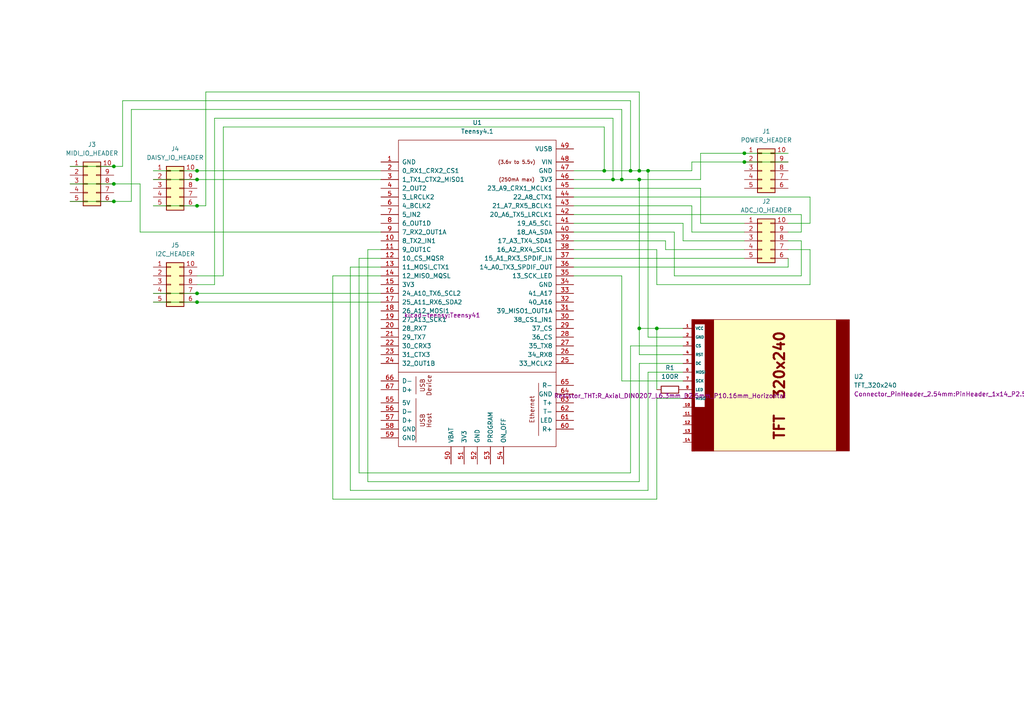
<source format=kicad_sch>
(kicad_sch (version 20230121) (generator eeschema)
  (paper "A4")
  (lib_symbols
    (symbol "Connector_Generic:Conn_02x05_Counter_Clockwise" (pin_names (offset 1.016) hide)
      (property "Reference" "J1" (at 1.27 11.43 0))
      (property "Value" "POWER_HEADER" (at 1.27 8.89 0))
      (symbol "Conn_02x05_Counter_Clockwise_1_1"
        (rectangle (start -1.27 -4.953) (end 0 -5.207) (stroke (width 0.1524)))
        (rectangle (start -1.27 -2.413) (end 0 -2.667) (stroke (width 0.1524)))
        (rectangle (start -1.27 0.127) (end 0 -0.127) (stroke (width 0.1524)))
        (rectangle (start -1.27 2.667) (end 0 2.413) (stroke (width 0.1524)))
        (rectangle (start -1.27 5.207) (end 0 4.953) (stroke (width 0.1524)))
        (rectangle (start -1.27 6.35) (end 3.81 -6.35) (stroke (width 0.254)) (fill (type background)))
        (rectangle (start 3.81 -4.953) (end 2.54 -5.207) (stroke (width 0.1524)))
        (rectangle (start 3.81 -2.413) (end 2.54 -2.667) (stroke (width 0.1524)))
        (rectangle (start 3.81 0.127) (end 2.54 -0.127) (stroke (width 0.1524)))
        (rectangle (start 3.81 2.667) (end 2.54 2.413) (stroke (width 0.1524)))
        (rectangle (start 3.81 5.207) (end 2.54 4.953) (stroke (width 0.1524)))
        (pin passive line (at -5.08 5.08 0) (length 3.81) (name "Pin_1") (number "1"))
        (pin passive line (at 7.62 5.08 180) (length 3.81) (name "Pin_10") (number "10"))
        (pin passive line (at -5.08 2.54 0) (length 3.81) (name "Pin_2") (number "2"))
        (pin passive line (at -5.08 0 0) (length 3.81) (name "Pin_3") (number "3"))
        (pin passive line (at -5.08 -2.54 0) (length 3.81) (name "Pin_4") (number "4"))
        (pin passive line (at -5.08 -5.08 0) (length 3.81) (name "Pin_5") (number "5"))
        (pin passive line (at 7.62 -5.08 180) (length 3.81) (name "Pin_6") (number "6"))
        (pin passive line (at 7.62 -2.54 180) (length 3.81) (name "Pin_7") (number "7"))
        (pin passive line (at 7.62 0 180) (length 3.81) (name "Pin_8") (number "8"))
        (pin passive line (at 7.62 2.54 180) (length 3.81) (name "Pin_9") (number "9"))
      )
    )
    (symbol "Device:R" (pin_numbers hide) (pin_names (offset 0))
      (property "Reference" "R" (at 2.032 0 90))
      (property "Value" "R" (at 0 0 90))
      (symbol "R_0_1"
        (rectangle (start -1.016 -2.54) (end 1.016 2.54) (stroke (width 0.254)))
      )
      (symbol "R_1_1"
        (pin passive line (at 0 3.81 270) (length 1.27) (name "~") (number "1"))
        (pin passive line (at 0 -3.81 90) (length 1.27) (name "~") (number "2"))
      )
    )
    (symbol "TFT_320x240:TFT_320x240" (pin_names (offset 1.016))
      (property "Reference" "U?" (at 20.32 25.4001 0))
      (property "Value" "TFT_320x240" (at 20.32 22.8601 0))
      (property "Footprint" "z_Devices:TFT-320x240" (at 20.32 20.3201 0))
      (symbol "TFT_320x240_0_0"
        (text "TFT  320x240" (at 0 25.4 0) (effects (font (size 2.9972 2.9972) bold)))
      )
      (symbol "TFT_320x240_0_1"
        (rectangle (start -19.05 0) (end 19.05 0.8382) (fill (type outline)))
        (rectangle (start -19.05 0) (end 19.05 6.35))
        (rectangle (start -19.05 6.35) (end 19.05 3.81) (fill (type outline)))
        (rectangle (start -19.05 6.35) (end 19.05 41.91) (fill (type background)))
        (rectangle (start -19.05 41.91) (end 19.05 45.72) (fill (type outline)))
        (rectangle (start -17.78 0) (end -19.05 3.81) (fill (type outline)))
        (rectangle (start 19.05 0) (end 6.35 3.81) (fill (type outline)))
      )
      (symbol "TFT_320x240_1_1"
        (pin power_in line (at -16.51 -2.54 90) (length 2.54) (name "VCC") (number "1"))
        (pin bidirectional line (at 6.35 -2.54 90) (length 2.54) (name "~") (number "10"))
        (pin bidirectional line (at 8.89 -2.54 90) (length 2.54) (name "~") (number "11"))
        (pin bidirectional line (at 11.43 -2.54 90) (length 2.54) (name "~") (number "12"))
        (pin bidirectional line (at 13.97 -2.54 90) (length 2.54) (name "~") (number "13"))
        (pin bidirectional line (at 16.51 -2.54 90) (length 2.54) (name "~") (number "14"))
        (pin bidirectional line (at -13.97 -2.54 90) (length 2.54) (name "GND") (number "2"))
        (pin bidirectional line (at -11.43 -2.54 90) (length 2.54) (name "CS") (number "3"))
        (pin bidirectional line (at -8.89 -2.54 90) (length 2.54) (name "RST") (number "4"))
        (pin bidirectional line (at -6.35 -2.54 90) (length 2.54) (name "DC") (number "5"))
        (pin bidirectional line (at -3.81 -2.54 90) (length 2.54) (name "MOSI") (number "6"))
        (pin bidirectional line (at -1.27 -2.54 90) (length 2.54) (name "SCK") (number "7"))
        (pin power_in line (at 1.27 -2.54 90) (length 2.54) (name "LED") (number "8"))
        (pin bidirectional line (at 3.81 -2.54 90) (length 2.54) (name "MISO") (number "9"))
      )
    )
    (symbol "teensy:Teensy4.1" (pin_names (offset 1.016))
      (property "Reference" "U" (at 0 64.77 0))
      (property "Value" "Teensy4.1" (at 0 62.23 0))
      (symbol "Teensy4.1_0_0"
        (polyline (pts (xy -22.86 -6.35) (xy 22.86 -6.35)))
        (polyline (pts (xy -17.78 -26.67) (xy -17.78 -13.97)))
        (polyline (pts (xy -17.78 -7.62) (xy -17.78 -12.7)))
        (polyline (pts (xy 17.78 -9.525) (xy 17.78 -24.765)))
        (text "(250mA max)" (at 11.43 49.53 0) (effects (font (size 1.016 1.016))))
        (text "(3.6v to 5.5v)" (at 11.43 54.61 0) (effects (font (size 1.016 1.016))))
        (text "Device" (at -13.97 -10.16 900) (effects (font (size 1.27 1.27))))
        (text "Ethernet" (at 15.875 -17.145 900) (effects (font (size 1.27 1.27))))
        (text "Host" (at -13.97 -20.32 900) (effects (font (size 1.27 1.27))))
        (text "USB" (at -15.875 -20.32 900) (effects (font (size 1.27 1.27))))
        (text "USB" (at -15.875 -10.16 900) (effects (font (size 1.27 1.27))))
        (pin bidirectional line (at -27.94 31.75 0) (length 5.08) (name "8_TX2_IN1") (number "10"))
        (pin bidirectional line (at -27.94 29.21 0) (length 5.08) (name "9_OUT1C") (number "11"))
        (pin bidirectional line (at -27.94 26.67 0) (length 5.08) (name "10_CS_MQSR") (number "12"))
        (pin bidirectional line (at -27.94 24.13 0) (length 5.08) (name "11_MOSI_CTX1") (number "13"))
        (pin bidirectional line (at -27.94 21.59 0) (length 5.08) (name "12_MISO_MQSL") (number "14"))
        (pin power_in line (at -27.94 19.05 0) (length 5.08) (name "3V3") (number "15"))
        (pin bidirectional line (at -27.94 16.51 0) (length 5.08) (name "24_A10_TX6_SCL2") (number "16"))
        (pin bidirectional line (at -27.94 13.97 0) (length 5.08) (name "25_A11_RX6_SDA2") (number "17"))
        (pin bidirectional line (at -27.94 11.43 0) (length 5.08) (name "26_A12_MOSI1") (number "18"))
        (pin bidirectional line (at -27.94 8.89 0) (length 5.08) (name "27_A13_SCK1") (number "19"))
        (pin bidirectional line (at -27.94 6.35 0) (length 5.08) (name "28_RX7") (number "20"))
        (pin bidirectional line (at -27.94 3.81 0) (length 5.08) (name "29_TX7") (number "21"))
        (pin bidirectional line (at -27.94 1.27 0) (length 5.08) (name "30_CRX3") (number "22"))
        (pin bidirectional line (at -27.94 -1.27 0) (length 5.08) (name "31_CTX3") (number "23"))
        (pin bidirectional line (at -27.94 -3.81 0) (length 5.08) (name "32_OUT1B") (number "24"))
        (pin bidirectional line (at 27.94 -3.81 180) (length 5.08) (name "33_MCLK2") (number "25"))
        (pin bidirectional line (at 27.94 -1.27 180) (length 5.08) (name "34_RX8") (number "26"))
        (pin bidirectional line (at 27.94 1.27 180) (length 5.08) (name "35_TX8") (number "27"))
        (pin bidirectional line (at 27.94 3.81 180) (length 5.08) (name "36_CS") (number "28"))
        (pin bidirectional line (at 27.94 6.35 180) (length 5.08) (name "37_CS") (number "29"))
        (pin bidirectional line (at 27.94 8.89 180) (length 5.08) (name "38_CS1_IN1") (number "30"))
        (pin bidirectional line (at 27.94 11.43 180) (length 5.08) (name "39_MISO1_OUT1A") (number "31"))
        (pin bidirectional line (at 27.94 13.97 180) (length 5.08) (name "40_A16") (number "32"))
        (pin bidirectional line (at 27.94 16.51 180) (length 5.08) (name "41_A17") (number "33"))
        (pin bidirectional line (at 27.94 21.59 180) (length 5.08) (name "13_SCK_LED") (number "35"))
        (pin bidirectional line (at 27.94 24.13 180) (length 5.08) (name "14_A0_TX3_SPDIF_OUT") (number "36"))
        (pin bidirectional line (at 27.94 26.67 180) (length 5.08) (name "15_A1_RX3_SPDIF_IN") (number "37"))
        (pin bidirectional line (at 27.94 29.21 180) (length 5.08) (name "16_A2_RX4_SCL1") (number "38"))
        (pin bidirectional line (at 27.94 31.75 180) (length 5.08) (name "17_A3_TX4_SDA1") (number "39"))
        (pin bidirectional line (at 27.94 34.29 180) (length 5.08) (name "18_A4_SDA") (number "40"))
        (pin bidirectional line (at 27.94 36.83 180) (length 5.08) (name "19_A5_SCL") (number "41"))
        (pin bidirectional line (at 27.94 39.37 180) (length 5.08) (name "20_A6_TX5_LRCLK1") (number "42"))
        (pin bidirectional line (at 27.94 41.91 180) (length 5.08) (name "21_A7_RX5_BCLK1") (number "43"))
        (pin bidirectional line (at 27.94 44.45 180) (length 5.08) (name "22_A8_CTX1") (number "44"))
        (pin bidirectional line (at 27.94 46.99 180) (length 5.08) (name "23_A9_CRX1_MCLK1") (number "45"))
        (pin output line (at 27.94 49.53 180) (length 5.08) (name "3V3") (number "46"))
        (pin output line (at 27.94 52.07 180) (length 5.08) (name "GND") (number "47"))
        (pin power_in line (at 27.94 54.61 180) (length 5.08) (name "VIN") (number "48"))
        (pin power_out line (at 27.94 58.42 180) (length 5.08) (name "VUSB") (number "49"))
        (pin bidirectional line (at -27.94 44.45 0) (length 5.08) (name "3_LRCLK2") (number "5"))
        (pin power_in line (at -7.62 -33.02 90) (length 5.08) (name "VBAT") (number "50"))
        (pin power_in line (at -3.81 -33.02 90) (length 5.08) (name "3V3") (number "51"))
        (pin input line (at 0 -33.02 90) (length 5.08) (name "GND") (number "52"))
        (pin input line (at 3.81 -33.02 90) (length 5.08) (name "PROGRAM") (number "53"))
        (pin input line (at 7.62 -33.02 90) (length 5.08) (name "ON_OFF") (number "54"))
        (pin power_out line (at -27.94 -15.24 0) (length 5.08) (name "5V") (number "55"))
        (pin bidirectional line (at -27.94 -17.78 0) (length 5.08) (name "D-") (number "56"))
        (pin bidirectional line (at -27.94 -20.32 0) (length 5.08) (name "D+") (number "57"))
        (pin power_in line (at -27.94 -22.86 0) (length 5.08) (name "GND") (number "58"))
        (pin power_in line (at -27.94 -25.4 0) (length 5.08) (name "GND") (number "59"))
        (pin bidirectional line (at -27.94 41.91 0) (length 5.08) (name "4_BCLK2") (number "6"))
        (pin bidirectional line (at 27.94 -22.86 180) (length 5.08) (name "R+") (number "60"))
        (pin bidirectional line (at 27.94 -20.32 180) (length 5.08) (name "LED") (number "61"))
        (pin bidirectional line (at 27.94 -17.78 180) (length 5.08) (name "T-") (number "62"))
        (pin bidirectional line (at 27.94 -15.24 180) (length 5.08) (name "T+") (number "63"))
        (pin power_in line (at 27.94 -12.7 180) (length 5.08) (name "GND") (number "64"))
        (pin bidirectional line (at 27.94 -10.16 180) (length 5.08) (name "R-") (number "65"))
        (pin bidirectional line (at -27.94 -8.89 0) (length 5.08) (name "D-") (number "66"))
        (pin bidirectional line (at -27.94 -11.43 0) (length 5.08) (name "D+") (number "67"))
        (pin bidirectional line (at -27.94 39.37 0) (length 5.08) (name "5_IN2") (number "7"))
        (pin bidirectional line (at -27.94 36.83 0) (length 5.08) (name "6_OUT1D") (number "8"))
        (pin bidirectional line (at -27.94 34.29 0) (length 5.08) (name "7_RX2_OUT1A") (number "9"))
      )
      (symbol "Teensy4.1_0_1"
        (rectangle (start -22.86 60.96) (end 22.86 -27.94))
        (rectangle (start -20.32 -1.27) (end -20.32 -1.27))
      )
      (symbol "Teensy4.1_1_1"
        (pin power_in line (at -27.94 54.61 0) (length 5.08) (name "GND") (number "1"))
        (pin bidirectional line (at -27.94 52.07 0) (length 5.08) (name "0_RX1_CRX2_CS1") (number "2"))
        (pin bidirectional line (at -27.94 49.53 0) (length 5.08) (name "1_TX1_CTX2_MISO1") (number "3"))
        (pin power_in line (at 27.94 19.05 180) (length 5.08) (name "GND") (number "34"))
        (pin bidirectional line (at -27.94 46.99 0) (length 5.08) (name "2_OUT2") (number "4"))
      )
    )
  )
  (junction (at 33.02 53.34))
  (junction (at 177.8 52.07))
  (junction (at 187.96 49.53))
  (junction (at 185.42 49.53))
  (junction (at 215.9 46.99))
  (junction (at 215.9 44.45))
  (junction (at 57.15 59.69))
  (junction (at 33.02 58.42))
  (junction (at 190.5 95.25))
  (junction (at 185.42 52.07))
  (junction (at 57.15 85.09))
  (junction (at 182.88 49.53))
  (junction (at 180.34 52.07))
  (junction (at 57.15 49.53))
  (junction (at 185.42 95.25))
  (junction (at 57.15 87.63))
  (junction (at 175.26 49.53))
  (junction (at 57.15 52.07))
  (junction (at 33.02 48.26))
  (wire (pts (xy 234.95 72.39) (xy 228.6 72.39)))
  (wire (pts (xy 185.42 105.41) (xy 198.12 105.41)))
  (wire (pts (xy 234.95 64.77) (xy 228.6 64.77)))
  (wire (pts (xy 104.14 74.93) (xy 104.14 137.16)))
  (wire (pts (xy 59.69 26.67) (xy 59.69 59.69)))
  (wire (pts (xy 182.88 100.33) (xy 198.12 100.33)))
  (wire (pts (xy 195.58 67.31) (xy 195.58 80.01)))
  (wire (pts (xy 180.34 52.07) (xy 185.42 52.07)))
  (wire (pts (xy 177.8 34.29) (xy 62.23 34.29)))
  (wire (pts (xy 166.37 72.39) (xy 190.5 72.39)))
  (wire (pts (xy 200.66 67.31) (xy 215.9 67.31)))
  (wire (pts (xy 232.41 80.01) (xy 232.41 69.85)))
  (wire (pts (xy 101.6 142.24) (xy 187.96 142.24)))
  (wire (pts (xy 166.37 54.61) (xy 203.2 54.61)))
  (wire (pts (xy 38.1 31.75) (xy 38.1 58.42)))
  (wire (pts (xy 182.88 29.21) (xy 182.88 49.53)))
  (wire (pts (xy 166.37 74.93) (xy 215.9 74.93)))
  (wire (pts (xy 190.5 144.78) (xy 96.52 144.78)))
  (wire (pts (xy 185.42 95.25) (xy 185.42 102.87)))
  (wire (pts (xy 166.37 62.23) (xy 232.41 62.23)))
  (wire (pts (xy 64.77 36.83) (xy 64.77 80.01)))
  (wire (pts (xy 110.49 74.93) (xy 104.14 74.93)))
  (wire (pts (xy 180.34 52.07) (xy 180.34 31.75)))
  (wire (pts (xy 101.6 77.47) (xy 101.6 142.24)))
  (wire (pts (xy 40.64 53.34) (xy 40.64 67.31)))
  (wire (pts (xy 40.64 53.34) (xy 33.02 53.34)))
  (wire (pts (xy 182.88 137.16) (xy 182.88 100.33)))
  (wire (pts (xy 106.68 72.39) (xy 106.68 139.7)))
  (wire (pts (xy 187.96 142.24) (xy 187.96 107.95)))
  (wire (pts (xy 203.2 64.77) (xy 215.9 64.77)))
  (wire (pts (xy 166.37 59.69) (xy 200.66 59.69)))
  (wire (pts (xy 166.37 80.01) (xy 180.34 80.01)))
  (wire (pts (xy 96.52 80.01) (xy 110.49 80.01)))
  (wire (pts (xy 35.56 48.26) (xy 33.02 48.26)))
  (wire (pts (xy 180.34 110.49) (xy 198.12 110.49)))
  (wire (pts (xy 185.42 52.07) (xy 203.2 52.07)))
  (wire (pts (xy 180.34 80.01) (xy 180.34 110.49)))
  (wire (pts (xy 166.37 67.31) (xy 195.58 67.31)))
  (wire (pts (xy 57.15 80.01) (xy 64.77 80.01)))
  (wire (pts (xy 57.15 87.63) (xy 110.49 87.63)))
  (wire (pts (xy 234.95 57.15) (xy 234.95 64.77)))
  (wire (pts (xy 166.37 64.77) (xy 198.12 64.77)))
  (wire (pts (xy 62.23 34.29) (xy 62.23 82.55)))
  (wire (pts (xy 193.04 72.39) (xy 215.9 72.39)))
  (wire (pts (xy 57.15 85.09) (xy 110.49 85.09)))
  (wire (pts (xy 110.49 77.47) (xy 101.6 77.47)))
  (wire (pts (xy 185.42 95.25) (xy 190.5 95.25)))
  (wire (pts (xy 180.34 31.75) (xy 38.1 31.75)))
  (wire (pts (xy 44.45 59.69) (xy 57.15 59.69)))
  (wire (pts (xy 198.12 64.77) (xy 198.12 69.85)))
  (wire (pts (xy 190.5 115.57) (xy 190.5 144.78)))
  (wire (pts (xy 185.42 49.53) (xy 182.88 49.53)))
  (wire (pts (xy 215.9 44.45) (xy 228.6 44.45)))
  (wire (pts (xy 166.37 52.07) (xy 177.8 52.07)))
  (wire (pts (xy 185.42 49.53) (xy 185.42 26.67)))
  (wire (pts (xy 200.66 46.99) (xy 215.9 46.99)))
  (wire (pts (xy 187.96 49.53) (xy 187.96 97.79)))
  (wire (pts (xy 180.34 52.07) (xy 177.8 52.07)))
  (wire (pts (xy 185.42 49.53) (xy 187.96 49.53)))
  (wire (pts (xy 228.6 77.47) (xy 228.6 74.93)))
  (wire (pts (xy 57.15 52.07) (xy 110.49 52.07)))
  (wire (pts (xy 187.96 97.79) (xy 198.12 97.79)))
  (wire (pts (xy 200.66 59.69) (xy 200.66 67.31)))
  (wire (pts (xy 185.42 52.07) (xy 185.42 95.25)))
  (wire (pts (xy 44.45 87.63) (xy 57.15 87.63)))
  (wire (pts (xy 177.8 52.07) (xy 177.8 34.29)))
  (wire (pts (xy 44.45 52.07) (xy 57.15 52.07)))
  (wire (pts (xy 57.15 49.53) (xy 110.49 49.53)))
  (wire (pts (xy 35.56 29.21) (xy 35.56 48.26)))
  (wire (pts (xy 175.26 36.83) (xy 64.77 36.83)))
  (wire (pts (xy 185.42 139.7) (xy 185.42 105.41)))
  (wire (pts (xy 203.2 44.45) (xy 215.9 44.45)))
  (wire (pts (xy 190.5 95.25) (xy 198.12 95.25)))
  (wire (pts (xy 59.69 59.69) (xy 57.15 59.69)))
  (wire (pts (xy 190.5 82.55) (xy 234.95 82.55)))
  (wire (pts (xy 175.26 49.53) (xy 182.88 49.53)))
  (wire (pts (xy 232.41 67.31) (xy 228.6 67.31)))
  (wire (pts (xy 190.5 72.39) (xy 190.5 82.55)))
  (wire (pts (xy 215.9 46.99) (xy 228.6 46.99)))
  (wire (pts (xy 200.66 49.53) (xy 200.66 46.99)))
  (wire (pts (xy 166.37 69.85) (xy 193.04 69.85)))
  (wire (pts (xy 175.26 49.53) (xy 175.26 36.83)))
  (wire (pts (xy 185.42 26.67) (xy 59.69 26.67)))
  (wire (pts (xy 187.96 49.53) (xy 200.66 49.53)))
  (wire (pts (xy 198.12 69.85) (xy 215.9 69.85)))
  (wire (pts (xy 203.2 52.07) (xy 203.2 44.45)))
  (wire (pts (xy 166.37 77.47) (xy 228.6 77.47)))
  (wire (pts (xy 44.45 85.09) (xy 57.15 85.09)))
  (wire (pts (xy 198.12 115.57) (xy 190.5 115.57)))
  (wire (pts (xy 166.37 49.53) (xy 175.26 49.53)))
  (wire (pts (xy 203.2 54.61) (xy 203.2 64.77)))
  (wire (pts (xy 232.41 62.23) (xy 232.41 67.31)))
  (wire (pts (xy 20.32 58.42) (xy 33.02 58.42)))
  (wire (pts (xy 198.12 102.87) (xy 185.42 102.87)))
  (wire (pts (xy 110.49 72.39) (xy 106.68 72.39)))
  (wire (pts (xy 187.96 107.95) (xy 198.12 107.95)))
  (wire (pts (xy 234.95 82.55) (xy 234.95 72.39)))
  (wire (pts (xy 193.04 69.85) (xy 193.04 72.39)))
  (wire (pts (xy 44.45 49.53) (xy 57.15 49.53)))
  (wire (pts (xy 20.32 53.34) (xy 33.02 53.34)))
  (wire (pts (xy 182.88 29.21) (xy 35.56 29.21)))
  (wire (pts (xy 106.68 139.7) (xy 185.42 139.7)))
  (wire (pts (xy 195.58 80.01) (xy 232.41 80.01)))
  (wire (pts (xy 190.5 95.25) (xy 190.5 113.03)))
  (wire (pts (xy 96.52 144.78) (xy 96.52 80.01)))
  (wire (pts (xy 33.02 58.42) (xy 38.1 58.42)))
  (wire (pts (xy 40.64 67.31) (xy 110.49 67.31)))
  (wire (pts (xy 62.23 82.55) (xy 57.15 82.55)))
  (wire (pts (xy 166.37 57.15) (xy 234.95 57.15)))
  (wire (pts (xy 232.41 69.85) (xy 228.6 69.85)))
  (wire (pts (xy 20.32 48.26) (xy 33.02 48.26)))
  (wire (pts (xy 104.14 137.16) (xy 182.88 137.16)))
  (symbol (lib_id "teensy:Teensy4.1") (at 138.43 101.6 0) (unit 1)
    (property "Reference" "U1" (at 138.43 35.56 0))
    (property "Value" "Teensy4.1" (at 138.43 38.1 0))
    (property "Footprint" "kicad-teensy:Teensy41" (at 128.27 91.44 0))
  )
  (symbol (lib_id "Connector_Generic:Conn_02x05_Counter_Clockwise") (at 220.98 49.53 0) (unit 1)
    (property "Reference" "J1" (at 222.25 38.1 0))
    (property "Value" "POWER_HEADER" (at 222.25 40.64 0))
    (property "Footprint" "Connector_IDC:IDC-Header_2x05_P2.54mm_Vertical" (effects hide))
  )
  (symbol (lib_id "Connector_Generic:Conn_02x05_Counter_Clockwise") (at 25.4 53.34 0) (unit 1)
    (property "Reference" "J3" (at 26.67 41.91 0))
    (property "Value" "MIDI_IO_HEADER" (at 26.67 44.45 0))
    (property "Footprint" "Connector_IDC:IDC-Header_2x05_P2.54mm_Vertical" (effects hide))
  )
  (symbol (lib_id "TFT_320x240:TFT_320x240") (at 200.66 111.76 270) (unit 1)
    (property "Reference" "U2" (at 247.65 109.22 90) (effects (justify left)))
    (property "Value" "TFT_320x240" (at 247.65 111.76 90) (effects (justify left)))
    (property "Footprint" "Connector_PinHeader_2.54mm:PinHeader_1x14_P2.54mm_Vertical" (at 247.65 114.3 90) (effects (justify left)))
  )
  (symbol (lib_id "Connector_Generic:Conn_02x05_Counter_Clockwise") (at 49.53 82.55 0) (unit 1)
    (property "Reference" "J5" (at 50.8 71.12 0))
    (property "Value" "I2C_HEADER" (at 50.8 73.66 0))
    (property "Footprint" "Connector_IDC:IDC-Header_2x05_P2.54mm_Vertical" (effects hide))
  )
  (symbol (lib_id "Device:R") (at 194.31 113.03 90) (unit 1)
    (property "Reference" "R1" (at 194.31 106.68 90))
    (property "Value" "100R" (at 194.31 109.22 90))
    (property "Footprint" "Resistor_THT:R_Axial_DIN0207_L6.3mm_D2.5mm_P10.16mm_Horizontal" (at 194.31 114.808 90))
  )
  (symbol (lib_id "Connector_Generic:Conn_02x05_Counter_Clockwise") (at 220.98 69.85 0) (unit 1)
    (property "Reference" "J2" (at 222.25 58.42 0))
    (property "Value" "ADC_IO_HEADER" (at 222.25 60.96 0))
    (property "Footprint" "Connector_IDC:IDC-Header_2x05_P2.54mm_Vertical" (effects hide))
  )
  (symbol (lib_id "Connector_Generic:Conn_02x05_Counter_Clockwise") (at 49.53 54.61 0) (unit 1)
    (property "Reference" "J4" (at 50.8 43.18 0))
    (property "Value" "DAISY_IO_HEADER" (at 50.8 45.72 0))
    (property "Footprint" "Connector_IDC:IDC-Header_2x05_P2.54mm_Vertical" (effects hide))
  )
)
</source>
